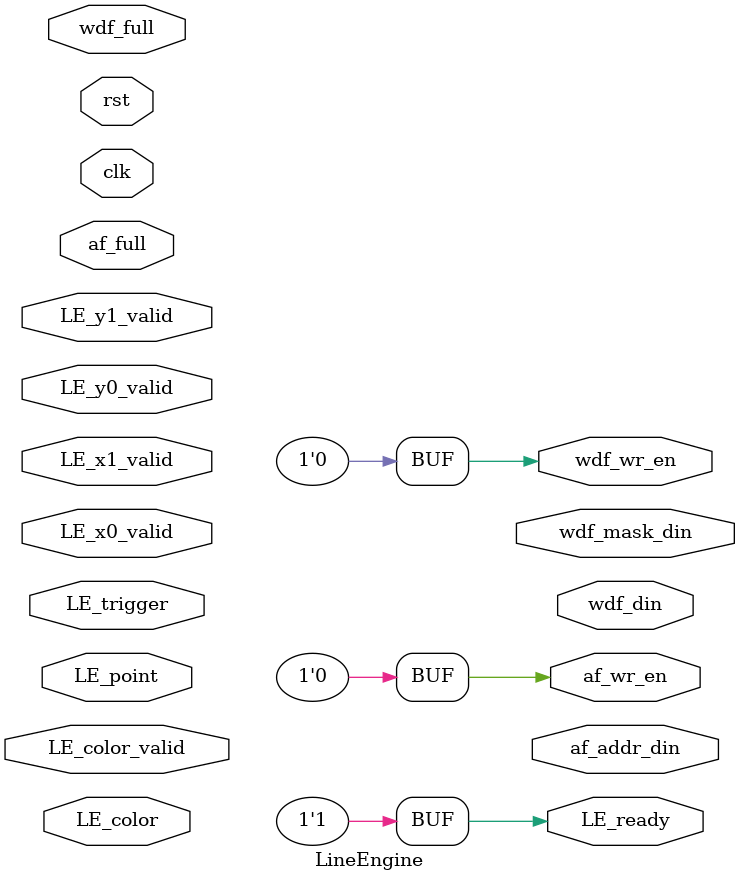
<source format=v>

module LineEngine(
  input                 clk,
  input                 rst,
  output                LE_ready,
  // 8-bit each for RGB, and 8 bits zeros at the top
  input [31:0]          LE_color,
  input [9:0]           LE_point,
  // Valid signals for the inputs
  input                 LE_color_valid,
  input                 LE_x0_valid,
  input                 LE_y0_valid,
  input                 LE_x1_valid,
  input                 LE_y1_valid,
  // Trigger signal - line engine should
  // Start drawing the line
  input                 LE_trigger,
  // FIFO connections
  input                 af_full,
  input                 wdf_full,
  
  output [30:0]         af_addr_din,
  output                af_wr_en,
  output [127:0]        wdf_din,
  output [15:0]         wdf_mask_din,
  output                wdf_wr_en
);


    // Implement Bresenham's line drawing algorithm here!

    // Remove these when you implement this module:
    assign af_wr_en = 1'b0;
    assign wdf_wr_en = 1'b0;
    assign LE_ready = 1'b1;


endmodule

</source>
